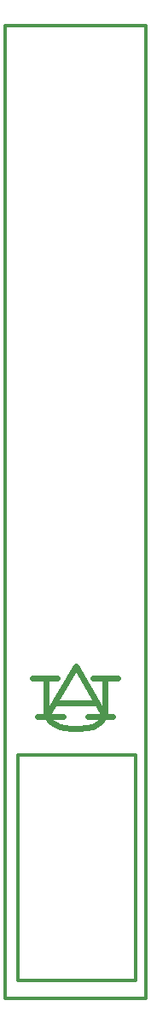
<source format=gto>
G04 Output by ViewMate Deluxe V11.6.18  PentaLogix*
G04 Tue Aug 09 15:15:03 2016*
%FSLAX35Y35*%
%MOIN*%
%IPPOS*%
%ADD45C,0.022*%
%ADD150C,0.012*%

%LPD*%
X0Y0D2*D45*G1X35010Y106574D2*X29718Y105818D1*X13215Y110459D2*X23136D1*X11410Y125472D2*X21000D1*X39640Y111299D2*X37986Y108464D1*X29718Y105818D2*X26411D1*X21781Y106574*X18144Y108464*X16490Y111299*Y125472*X39640D2*Y111299D1*X16522Y110459D2*X28097Y130113D1*X39672Y110459*X20829Y115939D2*X35711D1*X37986Y108464D2*X35010Y106574D1*X33058Y110459D2*X42648D1*X35010Y125472D2*X44600D1*D150*X55600Y380200D2*X600D1*Y600D2*Y380100D1*X55600Y380200D2*Y380100D1*Y600*X600*X5600Y47600D2*Y95600D1*X51600*Y47600*Y7600D2*X5600D1*Y55600D2*Y7600D1*X51600*Y55600*X0Y0D2*M02*
</source>
